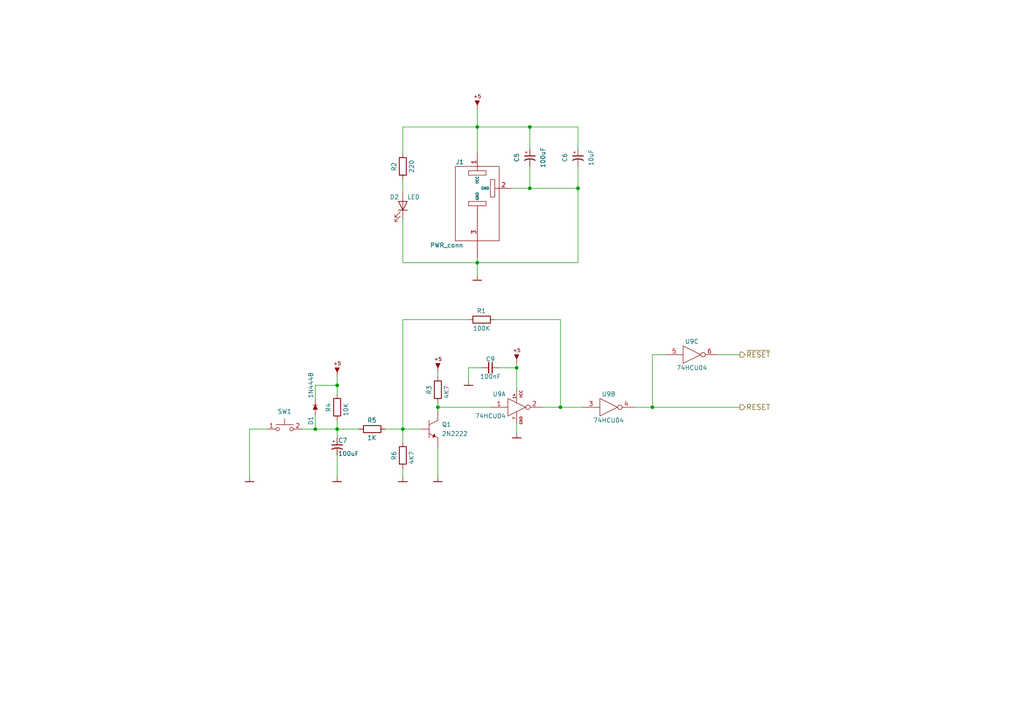
<source format=kicad_sch>
(kicad_sch (version 20211123) (generator eeschema)

  (uuid f1e619ac-5067-41df-8384-776ec70a6093)

  (paper "A4")

  (lib_symbols
    (symbol "artemisa:1N4448" (pin_numbers hide) (pin_names (offset 1.016)) (in_bom yes) (on_board yes)
      (property "Reference" "D" (id 0) (at 0 1.905 0)
        (effects (font (size 1.27 1.27)))
      )
      (property "Value" "1N4448" (id 1) (at 0 -1.905 0)
        (effects (font (size 1.27 1.27)))
      )
      (property "Footprint" "" (id 2) (at 1.27 0 0)
        (effects (font (size 1.524 1.524)) hide)
      )
      (property "Datasheet" "" (id 3) (at 1.27 0 0)
        (effects (font (size 1.524 1.524)) hide)
      )
      (symbol "1N4448_0_1"
        (polyline
          (pts
            (xy 0.635 0.635)
            (xy 0.635 -0.635)
          )
          (stroke (width 0) (type default) (color 0 0 0 0))
          (fill (type none))
        )
        (polyline
          (pts
            (xy -0.635 0.635)
            (xy -0.635 -0.635)
            (xy 0.635 0)
            (xy -0.635 0.635)
          )
          (stroke (width 0) (type default) (color 0 0 0 0))
          (fill (type outline))
        )
      )
      (symbol "1N4448_1_1"
        (pin passive line (at -2.54 0 0) (length 1.905)
          (name "~" (effects (font (size 1.27 1.27))))
          (number "1" (effects (font (size 1.27 1.27))))
        )
        (pin passive line (at 2.54 0 180) (length 1.905)
          (name "~" (effects (font (size 1.27 1.27))))
          (number "2" (effects (font (size 1.27 1.27))))
        )
      )
    )
    (symbol "artemisa:2N2222" (pin_numbers hide) (pin_names (offset 1.016) hide) (in_bom yes) (on_board yes)
      (property "Reference" "Q" (id 0) (at -3.81 3.81 0)
        (effects (font (size 1.27 1.27)))
      )
      (property "Value" "2N2222" (id 1) (at 2.54 0 0)
        (effects (font (size 1.27 1.27)))
      )
      (property "Footprint" "" (id 2) (at 0 0 0)
        (effects (font (size 1.524 1.524)) hide)
      )
      (property "Datasheet" "" (id 3) (at 0 0 0)
        (effects (font (size 1.524 1.524)) hide)
      )
      (symbol "2N2222_0_1"
        (polyline
          (pts
            (xy -2.54 -1.27)
            (xy 0 -2.54)
          )
          (stroke (width 0) (type default) (color 0 0 0 0))
          (fill (type none))
        )
        (polyline
          (pts
            (xy -2.54 1.27)
            (xy 0 2.54)
          )
          (stroke (width 0) (type default) (color 0 0 0 0))
          (fill (type none))
        )
        (polyline
          (pts
            (xy -2.54 2.54)
            (xy -2.54 -2.54)
          )
          (stroke (width 0) (type default) (color 0 0 0 0))
          (fill (type none))
        )
        (polyline
          (pts
            (xy -0.762 -2.159)
            (xy -1.016 -1.397)
            (xy -1.524 -2.413)
            (xy -0.762 -2.159)
          )
          (stroke (width 0) (type default) (color 0 0 0 0))
          (fill (type outline))
        )
      )
      (symbol "2N2222_1_1"
        (pin input line (at 0 5.08 270) (length 2.54)
          (name "1C" (effects (font (size 1.27 1.27))))
          (number "1" (effects (font (size 1.27 1.27))))
        )
        (pin input line (at -5.08 0 0) (length 2.54)
          (name "B" (effects (font (size 1.27 1.27))))
          (number "2" (effects (font (size 1.27 1.27))))
        )
        (pin input line (at 0 -5.08 90) (length 2.54)
          (name "E" (effects (font (size 1.27 1.27))))
          (number "3" (effects (font (size 1.27 1.27))))
        )
      )
    )
    (symbol "artemisa:74HCU04" (pin_names (offset 0.762) hide) (in_bom yes) (on_board yes)
      (property "Reference" "U" (id 0) (at -7.62 2.54 0)
        (effects (font (size 1.27 1.27)))
      )
      (property "Value" "74HCU04" (id 1) (at -6.35 -1.27 0)
        (effects (font (size 1.27 1.27)))
      )
      (property "Footprint" "" (id 2) (at 0 0 0)
        (effects (font (size 1.27 1.27)) hide)
      )
      (property "Datasheet" "" (id 3) (at 0 0 0)
        (effects (font (size 1.27 1.27)) hide)
      )
      (symbol "74HCU04_1_1"
        (polyline
          (pts
            (xy -2.54 -2.54)
            (xy -2.54 2.54)
            (xy 2.54 0)
            (xy -2.54 -2.54)
          )
          (stroke (width 0) (type default) (color 0 0 0 0))
          (fill (type none))
        )
        (text "GND" (at 1.27 -3.81 900)
          (effects (font (size 0.762 0.762)))
        )
        (text "VCC" (at 1.27 3.81 900)
          (effects (font (size 0.762 0.762)))
        )
        (pin input line (at -7.62 0 0) (length 5.0038)
          (name "~" (effects (font (size 1.27 1.27))))
          (number "1" (effects (font (size 1.27 1.27))))
        )
        (pin power_in line (at 0 5.08 270) (length 3.81)
          (name "VCC" (effects (font (size 1.27 1.27))))
          (number "14" (effects (font (size 0.762 0.762))))
        )
        (pin output inverted (at 7.62 0 180) (length 5.0038)
          (name "~" (effects (font (size 1.27 1.27))))
          (number "2" (effects (font (size 1.27 1.27))))
        )
        (pin power_in line (at 0 -5.08 90) (length 3.81)
          (name "GND" (effects (font (size 1.27 1.27))))
          (number "7" (effects (font (size 0.762 0.762))))
        )
      )
      (symbol "74HCU04_1_2"
        (polyline
          (pts
            (xy -2.54 2.54)
            (xy -2.54 -2.54)
            (xy 2.54 0)
            (xy -2.54 2.54)
          )
          (stroke (width 0) (type default) (color 0 0 0 0))
          (fill (type none))
        )
        (pin input inverted (at -7.62 0 0) (length 5.08)
          (name "~" (effects (font (size 1.27 1.27))))
          (number "1" (effects (font (size 1.27 1.27))))
        )
        (pin output line (at 7.62 0 180) (length 5.08)
          (name "~" (effects (font (size 1.27 1.27))))
          (number "2" (effects (font (size 1.27 1.27))))
        )
      )
      (symbol "74HCU04_2_1"
        (polyline
          (pts
            (xy -2.54 2.54)
            (xy -2.54 -2.54)
            (xy 2.54 0)
            (xy -2.54 2.54)
          )
          (stroke (width 0) (type default) (color 0 0 0 0))
          (fill (type none))
        )
        (pin input line (at -7.62 0 0) (length 5.0038)
          (name "~" (effects (font (size 1.27 1.27))))
          (number "3" (effects (font (size 1.27 1.27))))
        )
        (pin output inverted (at 7.62 0 180) (length 5.0038)
          (name "~" (effects (font (size 1.27 1.27))))
          (number "4" (effects (font (size 1.27 1.27))))
        )
      )
      (symbol "74HCU04_2_2"
        (polyline
          (pts
            (xy -2.54 2.54)
            (xy -2.54 -2.54)
            (xy 2.54 0)
            (xy -2.54 2.54)
          )
          (stroke (width 0) (type default) (color 0 0 0 0))
          (fill (type none))
        )
        (pin input inverted (at -7.62 0 0) (length 5.08)
          (name "~" (effects (font (size 1.27 1.27))))
          (number "3" (effects (font (size 1.27 1.27))))
        )
        (pin output line (at 7.62 0 180) (length 5.08)
          (name "~" (effects (font (size 1.27 1.27))))
          (number "4" (effects (font (size 1.27 1.27))))
        )
      )
      (symbol "74HCU04_3_1"
        (polyline
          (pts
            (xy -2.54 2.54)
            (xy -2.54 -2.54)
            (xy 2.54 0)
            (xy -2.54 2.54)
          )
          (stroke (width 0) (type default) (color 0 0 0 0))
          (fill (type none))
        )
        (pin input line (at -7.62 0 0) (length 5.0038)
          (name "~" (effects (font (size 1.27 1.27))))
          (number "5" (effects (font (size 1.27 1.27))))
        )
        (pin output inverted (at 7.62 0 180) (length 5.0038)
          (name "~" (effects (font (size 1.27 1.27))))
          (number "6" (effects (font (size 1.27 1.27))))
        )
      )
      (symbol "74HCU04_3_2"
        (polyline
          (pts
            (xy -2.54 2.54)
            (xy -2.54 -2.54)
            (xy 2.54 0)
            (xy -2.54 2.54)
          )
          (stroke (width 0) (type default) (color 0 0 0 0))
          (fill (type none))
        )
        (pin input inverted (at -7.62 0 0) (length 5.08)
          (name "~" (effects (font (size 1.27 1.27))))
          (number "5" (effects (font (size 1.27 1.27))))
        )
        (pin output line (at 7.62 0 180) (length 5.08)
          (name "~" (effects (font (size 1.27 1.27))))
          (number "6" (effects (font (size 1.27 1.27))))
        )
      )
      (symbol "74HCU04_4_1"
        (polyline
          (pts
            (xy -2.54 2.54)
            (xy -2.54 -2.54)
            (xy 2.54 0)
            (xy -2.54 2.54)
          )
          (stroke (width 0) (type default) (color 0 0 0 0))
          (fill (type none))
        )
        (pin output inverted (at 7.62 0 180) (length 5.0038)
          (name "~" (effects (font (size 1.27 1.27))))
          (number "8" (effects (font (size 1.27 1.27))))
        )
        (pin input line (at -7.62 0 0) (length 5.0038)
          (name "~" (effects (font (size 1.27 1.27))))
          (number "9" (effects (font (size 1.27 1.27))))
        )
      )
      (symbol "74HCU04_4_2"
        (polyline
          (pts
            (xy -2.54 2.54)
            (xy -2.54 -2.54)
            (xy 2.54 0)
            (xy -2.54 2.54)
          )
          (stroke (width 0) (type default) (color 0 0 0 0))
          (fill (type none))
        )
        (pin output line (at 7.62 0 180) (length 5.08)
          (name "~" (effects (font (size 1.27 1.27))))
          (number "8" (effects (font (size 1.27 1.27))))
        )
        (pin input inverted (at -7.62 0 0) (length 5.08)
          (name "~" (effects (font (size 1.27 1.27))))
          (number "9" (effects (font (size 1.27 1.27))))
        )
      )
      (symbol "74HCU04_5_1"
        (polyline
          (pts
            (xy -2.54 2.54)
            (xy -2.54 -2.54)
            (xy 2.54 0)
            (xy -2.54 2.54)
          )
          (stroke (width 0) (type default) (color 0 0 0 0))
          (fill (type none))
        )
        (pin output inverted (at 7.62 0 180) (length 5.0038)
          (name "~" (effects (font (size 1.27 1.27))))
          (number "10" (effects (font (size 1.27 1.27))))
        )
        (pin input line (at -7.62 0 0) (length 5.0038)
          (name "~" (effects (font (size 1.27 1.27))))
          (number "11" (effects (font (size 1.27 1.27))))
        )
      )
      (symbol "74HCU04_5_2"
        (polyline
          (pts
            (xy -2.54 2.54)
            (xy -2.54 -2.54)
            (xy 2.54 0)
            (xy -2.54 2.54)
          )
          (stroke (width 0) (type default) (color 0 0 0 0))
          (fill (type none))
        )
        (pin output line (at 7.62 0 180) (length 5.08)
          (name "~" (effects (font (size 1.27 1.27))))
          (number "10" (effects (font (size 1.27 1.27))))
        )
        (pin input inverted (at -7.62 0 0) (length 5.08)
          (name "~" (effects (font (size 1.27 1.27))))
          (number "11" (effects (font (size 1.27 1.27))))
        )
      )
      (symbol "74HCU04_6_1"
        (polyline
          (pts
            (xy -2.54 2.54)
            (xy -2.54 -2.54)
            (xy 2.54 0)
            (xy -2.54 2.54)
          )
          (stroke (width 0) (type default) (color 0 0 0 0))
          (fill (type none))
        )
        (pin output inverted (at 7.62 0 180) (length 5.0038)
          (name "~" (effects (font (size 1.27 1.27))))
          (number "12" (effects (font (size 1.27 1.27))))
        )
        (pin input line (at -7.62 0 0) (length 5.0038)
          (name "~" (effects (font (size 1.27 1.27))))
          (number "13" (effects (font (size 1.27 1.27))))
        )
      )
      (symbol "74HCU04_6_2"
        (polyline
          (pts
            (xy -2.54 2.54)
            (xy -2.54 -2.54)
            (xy 2.54 0)
            (xy -2.54 2.54)
          )
          (stroke (width 0) (type default) (color 0 0 0 0))
          (fill (type none))
        )
        (pin output line (at 7.62 0 180) (length 5.08)
          (name "~" (effects (font (size 1.27 1.27))))
          (number "12" (effects (font (size 1.27 1.27))))
        )
        (pin input inverted (at -7.62 0 0) (length 5.08)
          (name "~" (effects (font (size 1.27 1.27))))
          (number "13" (effects (font (size 1.27 1.27))))
        )
      )
    )
    (symbol "artemisa:CP" (pin_numbers hide) (pin_names (offset 0.254) hide) (in_bom yes) (on_board yes)
      (property "Reference" "C" (id 0) (at 0.254 1.778 0)
        (effects (font (size 1.27 1.27)) (justify left))
      )
      (property "Value" "CP" (id 1) (at 0.254 -2.032 0)
        (effects (font (size 1.27 1.27)) (justify left))
      )
      (property "Footprint" "" (id 2) (at 0 0 0)
        (effects (font (size 1.27 1.27)) hide)
      )
      (property "Datasheet" "" (id 3) (at 0 0 0)
        (effects (font (size 1.27 1.27)) hide)
      )
      (property "ki_fp_filters" "CP_*" (id 4) (at 0 0 0)
        (effects (font (size 1.27 1.27)) hide)
      )
      (symbol "CP_0_1"
        (polyline
          (pts
            (xy -1.524 0.508)
            (xy 1.524 0.508)
          )
          (stroke (width 0.3048) (type default) (color 0 0 0 0))
          (fill (type none))
        )
        (polyline
          (pts
            (xy -1.27 1.524)
            (xy -0.762 1.524)
          )
          (stroke (width 0) (type default) (color 0 0 0 0))
          (fill (type none))
        )
        (polyline
          (pts
            (xy -1.016 1.27)
            (xy -1.016 1.778)
          )
          (stroke (width 0) (type default) (color 0 0 0 0))
          (fill (type none))
        )
        (arc (start 1.524 -0.762) (mid 0 -0.3734) (end -1.524 -0.762)
          (stroke (width 0.3048) (type default) (color 0 0 0 0))
          (fill (type none))
        )
      )
      (symbol "CP_1_1"
        (pin passive line (at 0 2.54 270) (length 2.032)
          (name "~" (effects (font (size 1.27 1.27))))
          (number "1" (effects (font (size 1.27 1.27))))
        )
        (pin passive line (at 0 -2.54 90) (length 2.032)
          (name "~" (effects (font (size 1.27 1.27))))
          (number "2" (effects (font (size 1.27 1.27))))
        )
      )
    )
    (symbol "artemisa:Cap" (pin_numbers hide) (pin_names (offset 0.254) hide) (in_bom yes) (on_board yes)
      (property "Reference" "C" (id 0) (at 0.254 1.778 0)
        (effects (font (size 1.27 1.27)) (justify left))
      )
      (property "Value" "Cap" (id 1) (at 0.254 -2.032 0)
        (effects (font (size 1.27 1.27)) (justify left))
      )
      (property "Footprint" "" (id 2) (at 0 0 0)
        (effects (font (size 1.27 1.27)) hide)
      )
      (property "Datasheet" "" (id 3) (at 0 0 0)
        (effects (font (size 1.27 1.27)) hide)
      )
      (property "ki_fp_filters" "C_*" (id 4) (at 0 0 0)
        (effects (font (size 1.27 1.27)) hide)
      )
      (symbol "Cap_0_1"
        (polyline
          (pts
            (xy -1.524 -0.508)
            (xy 1.524 -0.508)
          )
          (stroke (width 0.3302) (type default) (color 0 0 0 0))
          (fill (type none))
        )
        (polyline
          (pts
            (xy -1.524 0.508)
            (xy 1.524 0.508)
          )
          (stroke (width 0.3048) (type default) (color 0 0 0 0))
          (fill (type none))
        )
      )
      (symbol "Cap_1_1"
        (pin passive line (at 0 2.54 270) (length 2.032)
          (name "~" (effects (font (size 1.27 1.27))))
          (number "1" (effects (font (size 1.27 1.27))))
        )
        (pin passive line (at 0 -2.54 90) (length 2.032)
          (name "~" (effects (font (size 1.27 1.27))))
          (number "2" (effects (font (size 1.27 1.27))))
        )
      )
    )
    (symbol "artemisa:GND" (power) (pin_numbers hide) (pin_names (offset 0) hide) (in_bom yes) (on_board yes)
      (property "Reference" "#PWR" (id 0) (at 0 -2.54 0)
        (effects (font (size 1.524 1.524)) hide)
      )
      (property "Value" "GND" (id 1) (at 0 2.54 0)
        (effects (font (size 1.524 1.524)) hide)
      )
      (property "Footprint" "" (id 2) (at 0 0 0)
        (effects (font (size 1.524 1.524)) hide)
      )
      (property "Datasheet" "" (id 3) (at 0 0 0)
        (effects (font (size 1.524 1.524)) hide)
      )
      (symbol "GND_0_1"
        (polyline
          (pts
            (xy -1.27 -1.27)
            (xy 1.27 -1.27)
          )
          (stroke (width 0.254) (type default) (color 0 0 0 0))
          (fill (type none))
        )
      )
      (symbol "GND_1_1"
        (pin power_in line (at 0 0 270) (length 1.27)
          (name "GND" (effects (font (size 1.27 1.27))))
          (number "~" (effects (font (size 1.27 1.27))))
        )
      )
    )
    (symbol "artemisa:LED" (pin_numbers hide) (pin_names (offset 1.016) hide) (in_bom yes) (on_board yes)
      (property "Reference" "D" (id 0) (at 0 2.54 0)
        (effects (font (size 1.27 1.27)))
      )
      (property "Value" "LED" (id 1) (at 0 -2.54 0)
        (effects (font (size 1.27 1.27)))
      )
      (property "Footprint" "" (id 2) (at 0 0 0)
        (effects (font (size 1.27 1.27)) hide)
      )
      (property "Datasheet" "" (id 3) (at 0 0 0)
        (effects (font (size 1.27 1.27)) hide)
      )
      (symbol "LED_0_1"
        (polyline
          (pts
            (xy 1.27 -1.27)
            (xy 1.27 1.27)
          )
          (stroke (width 0.2032) (type default) (color 0 0 0 0))
          (fill (type none))
        )
        (polyline
          (pts
            (xy 1.27 0)
            (xy -1.27 0)
          )
          (stroke (width 0) (type default) (color 0 0 0 0))
          (fill (type none))
        )
        (polyline
          (pts
            (xy -1.27 -1.27)
            (xy -1.27 1.27)
            (xy 1.27 0)
            (xy -1.27 -1.27)
          )
          (stroke (width 0.2032) (type default) (color 0 0 0 0))
          (fill (type none))
        )
        (polyline
          (pts
            (xy 1.778 -0.762)
            (xy 3.302 -2.286)
            (xy 2.54 -2.286)
            (xy 3.302 -2.286)
            (xy 3.302 -1.524)
          )
          (stroke (width 0) (type default) (color 0 0 0 0))
          (fill (type none))
        )
        (polyline
          (pts
            (xy 3.048 -0.762)
            (xy 4.572 -2.286)
            (xy 3.81 -2.286)
            (xy 4.572 -2.286)
            (xy 4.572 -1.524)
          )
          (stroke (width 0) (type default) (color 0 0 0 0))
          (fill (type none))
        )
      )
      (symbol "LED_1_1"
        (pin passive line (at -3.81 0 0) (length 2.54)
          (name "A" (effects (font (size 1.27 1.27))))
          (number "1" (effects (font (size 1.27 1.27))))
        )
        (pin passive line (at 3.81 0 180) (length 2.54)
          (name "K" (effects (font (size 1.27 1.27))))
          (number "2" (effects (font (size 1.27 1.27))))
        )
      )
    )
    (symbol "artemisa:PWR_conn" (pin_names (offset 1.524)) (in_bom yes) (on_board yes)
      (property "Reference" "J" (id 0) (at 5.08 8.89 0)
        (effects (font (size 1.524 1.524)))
      )
      (property "Value" "PWR_conn" (id 1) (at 8.89 -15.24 0)
        (effects (font (size 1.524 1.524)))
      )
      (property "Footprint" "" (id 2) (at 0 -2.54 0)
        (effects (font (size 1.524 1.524)) hide)
      )
      (property "Datasheet" "" (id 3) (at 0 -2.54 0)
        (effects (font (size 1.524 1.524)) hide)
      )
      (symbol "PWR_conn_0_1"
        (rectangle (start -6.35 7.62) (end 6.35 -13.97)
          (stroke (width 0) (type default) (color 0 0 0 0))
          (fill (type none))
        )
        (rectangle (start -3.81 3.81) (end -5.08 -1.27)
          (stroke (width 0) (type default) (color 0 0 0 0))
          (fill (type none))
        )
        (rectangle (start -2.54 -2.54) (end 2.54 -3.81)
          (stroke (width 0) (type default) (color 0 0 0 0))
          (fill (type none))
        )
        (rectangle (start -2.54 6.35) (end 2.54 5.08)
          (stroke (width 0) (type default) (color 0 0 0 0))
          (fill (type none))
        )
      )
      (symbol "PWR_conn_1_1"
        (pin power_out line (at 0 11.43 270) (length 5.08)
          (name "VCC" (effects (font (size 0.762 0.762))))
          (number "1" (effects (font (size 1.27 1.27))))
        )
        (pin power_out line (at -10.16 1.27 0) (length 5.08)
          (name "GND" (effects (font (size 0.762 0.762))))
          (number "2" (effects (font (size 1.27 1.27))))
        )
        (pin input line (at 0 -19.05 90) (length 15.24)
          (name "GND" (effects (font (size 0.762 0.762))))
          (number "3" (effects (font (size 1.27 1.27))))
        )
      )
    )
    (symbol "artemisa:Push_button" (pin_names (offset 1.016) hide) (in_bom yes) (on_board yes)
      (property "Reference" "SW" (id 0) (at 0 -2.54 0)
        (effects (font (size 1.524 1.524)))
      )
      (property "Value" "Push_button" (id 1) (at 0 -2.54 0)
        (effects (font (size 1.524 1.524)) hide)
      )
      (property "Footprint" "" (id 2) (at 0 0 0)
        (effects (font (size 1.524 1.524)) hide)
      )
      (property "Datasheet" "" (id 3) (at 0 0 0)
        (effects (font (size 1.524 1.524)) hide)
      )
      (symbol "Push_button_1_1"
        (circle (center -2.032 0) (radius 0.508)
          (stroke (width 0) (type default) (color 0 0 0 0))
          (fill (type none))
        )
        (polyline
          (pts
            (xy 0 1.27)
            (xy 0 3.048)
          )
          (stroke (width 0) (type default) (color 0 0 0 0))
          (fill (type none))
        )
        (polyline
          (pts
            (xy 2.54 1.27)
            (xy -2.54 1.27)
          )
          (stroke (width 0) (type default) (color 0 0 0 0))
          (fill (type none))
        )
        (circle (center 2.032 0) (radius 0.508)
          (stroke (width 0) (type default) (color 0 0 0 0))
          (fill (type none))
        )
        (pin passive line (at -5.08 0 0) (length 2.54)
          (name "1" (effects (font (size 1.27 1.27))))
          (number "1" (effects (font (size 1.27 1.27))))
        )
        (pin passive line (at 5.08 0 180) (length 2.54)
          (name "2" (effects (font (size 1.27 1.27))))
          (number "2" (effects (font (size 1.27 1.27))))
        )
      )
    )
    (symbol "artemisa:R" (pin_numbers hide) (pin_names (offset 1.016)) (in_bom yes) (on_board yes)
      (property "Reference" "R" (id 0) (at 0 -2.54 0)
        (effects (font (size 1.524 1.524)))
      )
      (property "Value" "R" (id 1) (at 0 0 0)
        (effects (font (size 1.016 1.016)))
      )
      (property "Footprint" "" (id 2) (at 0 0 90)
        (effects (font (size 1.524 1.524)) hide)
      )
      (property "Datasheet" "" (id 3) (at 0 0 90)
        (effects (font (size 1.524 1.524)) hide)
      )
      (symbol "R_1_1"
        (rectangle (start 2.54 -1.016) (end -2.54 1.016)
          (stroke (width 0.254) (type default) (color 0 0 0 0))
          (fill (type none))
        )
        (pin passive line (at -3.81 0 0) (length 1.27)
          (name "~" (effects (font (size 1.27 1.27))))
          (number "1" (effects (font (size 1.27 1.27))))
        )
        (pin passive line (at 3.81 0 180) (length 1.27)
          (name "~" (effects (font (size 1.27 1.27))))
          (number "2" (effects (font (size 1.27 1.27))))
        )
      )
    )
    (symbol "artemisa:VCC" (power) (pin_numbers hide) (pin_names (offset 0) hide) (in_bom yes) (on_board yes)
      (property "Reference" "#PWR" (id 0) (at 0 -1.27 0)
        (effects (font (size 1.524 1.524)) hide)
      )
      (property "Value" "VCC" (id 1) (at 0 6.35 0)
        (effects (font (size 1.524 1.524)) hide)
      )
      (property "Footprint" "" (id 2) (at 0 0 0)
        (effects (font (size 1.524 1.524)) hide)
      )
      (property "Datasheet" "" (id 3) (at 0 0 0)
        (effects (font (size 1.524 1.524)) hide)
      )
      (symbol "VCC_0_0"
        (text "+5" (at 0 3.81 0)
          (effects (font (size 1.016 1.016)))
        )
      )
      (symbol "VCC_0_1"
        (polyline
          (pts
            (xy 0 1.27)
            (xy 0.635 2.54)
            (xy -0.635 2.54)
            (xy 0 1.27)
          )
          (stroke (width 0) (type default) (color 0 0 0 0))
          (fill (type outline))
        )
      )
      (symbol "VCC_1_1"
        (pin power_in line (at 0 0 90) (length 1.27)
          (name "~" (effects (font (size 1.27 1.27))))
          (number "~" (effects (font (size 1.27 1.27))))
        )
      )
    )
  )

  (junction (at 189.23 118.11) (diameter 0) (color 0 0 0 0)
    (uuid 008da5b9-6f95-4113-b7d0-d93ac62efd33)
  )
  (junction (at 91.44 124.46) (diameter 0) (color 0 0 0 0)
    (uuid 49575217-40b0-4890-8acf-12982cca52b5)
  )
  (junction (at 167.64 54.61) (diameter 0) (color 0 0 0 0)
    (uuid 62a1f3d4-027d-4ecf-a37a-6fcf4263e9d2)
  )
  (junction (at 97.79 124.46) (diameter 0) (color 0 0 0 0)
    (uuid 63c56ea4-91a3-4172-b9de-a4388cc8f894)
  )
  (junction (at 138.43 36.83) (diameter 0) (color 0 0 0 0)
    (uuid 7c411b3e-aca2-424f-b644-2d21c9d80fa7)
  )
  (junction (at 116.84 124.46) (diameter 0) (color 0 0 0 0)
    (uuid 84d296ba-3d39-4264-ad19-947f90c54396)
  )
  (junction (at 127 118.11) (diameter 0) (color 0 0 0 0)
    (uuid 90e761f6-1432-4f73-ad28-fa8869b7ec31)
  )
  (junction (at 149.86 106.68) (diameter 0) (color 0 0 0 0)
    (uuid 98fe66f3-ec8b-4515-ae34-617f2124a7ec)
  )
  (junction (at 162.56 118.11) (diameter 0) (color 0 0 0 0)
    (uuid a6738794-75ae-48a6-8949-ed8717400d71)
  )
  (junction (at 153.67 36.83) (diameter 0) (color 0 0 0 0)
    (uuid c71f56c1-5b7c-4373-9716-fffac482104c)
  )
  (junction (at 97.79 111.76) (diameter 0) (color 0 0 0 0)
    (uuid e1b88aa4-d887-4eea-83ff-5c009f4390c4)
  )
  (junction (at 138.43 76.2) (diameter 0) (color 0 0 0 0)
    (uuid e36988d2-ecb2-461b-a443-7006f447e828)
  )
  (junction (at 153.67 54.61) (diameter 0) (color 0 0 0 0)
    (uuid f447e585-df78-4239-b8cb-4653b3837bb1)
  )

  (wire (pts (xy 127 119.38) (xy 127 118.11))
    (stroke (width 0) (type default) (color 0 0 0 0))
    (uuid 03f57fb4-32a3-4bc6-85b9-fd8ece4a9592)
  )
  (wire (pts (xy 189.23 102.87) (xy 193.04 102.87))
    (stroke (width 0) (type default) (color 0 0 0 0))
    (uuid 04cf2f2c-74bf-400d-b4f6-201720df00ed)
  )
  (wire (pts (xy 143.51 92.71) (xy 162.56 92.71))
    (stroke (width 0) (type default) (color 0 0 0 0))
    (uuid 05f2859d-2820-4e84-b395-696011feb13b)
  )
  (wire (pts (xy 149.86 106.68) (xy 149.86 105.41))
    (stroke (width 0) (type default) (color 0 0 0 0))
    (uuid 0dfdfa9f-1e3f-4e14-b64b-12bde76a80c7)
  )
  (wire (pts (xy 167.64 36.83) (xy 167.64 43.18))
    (stroke (width 0) (type default) (color 0 0 0 0))
    (uuid 0e249018-17e7-42b3-ae5d-5ebf3ae299ae)
  )
  (wire (pts (xy 116.84 63.5) (xy 116.84 76.2))
    (stroke (width 0) (type default) (color 0 0 0 0))
    (uuid 0fc5db66-6188-4c1f-bb14-0868bef113eb)
  )
  (wire (pts (xy 116.84 36.83) (xy 116.84 44.45))
    (stroke (width 0) (type default) (color 0 0 0 0))
    (uuid 10e52e95-44f3-4059-a86d-dcda603e0623)
  )
  (wire (pts (xy 153.67 36.83) (xy 167.64 36.83))
    (stroke (width 0) (type default) (color 0 0 0 0))
    (uuid 1ab71a3c-340b-469a-ada5-4f87f0b7b2fa)
  )
  (wire (pts (xy 184.15 118.11) (xy 189.23 118.11))
    (stroke (width 0) (type default) (color 0 0 0 0))
    (uuid 1bdd5841-68b7-42e2-9447-cbdb608d8a08)
  )
  (wire (pts (xy 162.56 118.11) (xy 162.56 92.71))
    (stroke (width 0) (type default) (color 0 0 0 0))
    (uuid 24b72b0d-63b8-4e06-89d0-e94dcf39a600)
  )
  (wire (pts (xy 135.89 106.68) (xy 139.7 106.68))
    (stroke (width 0) (type default) (color 0 0 0 0))
    (uuid 252f1275-081d-4d77-8bd5-3b9e6916ef42)
  )
  (wire (pts (xy 97.79 124.46) (xy 91.44 124.46))
    (stroke (width 0) (type default) (color 0 0 0 0))
    (uuid 2c60448a-e30f-46b2-89e1-a44f51688efc)
  )
  (wire (pts (xy 157.48 118.11) (xy 162.56 118.11))
    (stroke (width 0) (type default) (color 0 0 0 0))
    (uuid 2e90e294-82e1-45da-9bf1-b91dfe0dc8f6)
  )
  (wire (pts (xy 153.67 54.61) (xy 167.64 54.61))
    (stroke (width 0) (type default) (color 0 0 0 0))
    (uuid 2f291a4b-4ecb-4692-9ad2-324f9784c0d4)
  )
  (wire (pts (xy 167.64 54.61) (xy 167.64 76.2))
    (stroke (width 0) (type default) (color 0 0 0 0))
    (uuid 319639ae-c2c5-486d-93b1-d03bb1b64252)
  )
  (wire (pts (xy 167.64 48.26) (xy 167.64 54.61))
    (stroke (width 0) (type default) (color 0 0 0 0))
    (uuid 3a70978e-dcc2-4620-a99c-514362812927)
  )
  (wire (pts (xy 138.43 36.83) (xy 116.84 36.83))
    (stroke (width 0) (type default) (color 0 0 0 0))
    (uuid 3d6cdd62-5634-4e30-acf8-1b9c1dbf6653)
  )
  (wire (pts (xy 127 118.11) (xy 127 116.84))
    (stroke (width 0) (type default) (color 0 0 0 0))
    (uuid 4431c0f6-83ea-4eee-95a8-991da2f03ccd)
  )
  (wire (pts (xy 97.79 111.76) (xy 97.79 114.3))
    (stroke (width 0) (type default) (color 0 0 0 0))
    (uuid 4a54c707-7b6f-4a3d-a74d-5e3526114aba)
  )
  (wire (pts (xy 97.79 111.76) (xy 91.44 111.76))
    (stroke (width 0) (type default) (color 0 0 0 0))
    (uuid 4b1fce17-dec7-457e-ba3b-a77604e77dc9)
  )
  (wire (pts (xy 91.44 124.46) (xy 87.63 124.46))
    (stroke (width 0) (type default) (color 0 0 0 0))
    (uuid 4cafb73d-1ad8-4d24-acf7-63d78095ae46)
  )
  (wire (pts (xy 116.84 76.2) (xy 138.43 76.2))
    (stroke (width 0) (type default) (color 0 0 0 0))
    (uuid 52a8f1be-73ca-41a8-bc24-2320706b0ec1)
  )
  (wire (pts (xy 116.84 124.46) (xy 116.84 128.27))
    (stroke (width 0) (type default) (color 0 0 0 0))
    (uuid 53e34696-241f-47e5-a477-f469335c8a61)
  )
  (wire (pts (xy 189.23 102.87) (xy 189.23 118.11))
    (stroke (width 0) (type default) (color 0 0 0 0))
    (uuid 5d3d7893-1d11-4f1d-9052-85cf0e07d281)
  )
  (wire (pts (xy 135.89 110.49) (xy 135.89 106.68))
    (stroke (width 0) (type default) (color 0 0 0 0))
    (uuid 62e8c4d4-266c-4e53-8981-1028251d724c)
  )
  (wire (pts (xy 116.84 124.46) (xy 121.92 124.46))
    (stroke (width 0) (type default) (color 0 0 0 0))
    (uuid 6afc19cf-38b4-47a3-bc2b-445b18724310)
  )
  (wire (pts (xy 144.78 106.68) (xy 149.86 106.68))
    (stroke (width 0) (type default) (color 0 0 0 0))
    (uuid 6b91a3ee-fdcd-4bfe-ad57-c8d5ea9903a8)
  )
  (wire (pts (xy 116.84 92.71) (xy 116.84 124.46))
    (stroke (width 0) (type default) (color 0 0 0 0))
    (uuid 713e0777-58b2-4487-baca-60d0ebed27c3)
  )
  (wire (pts (xy 138.43 74.93) (xy 138.43 76.2))
    (stroke (width 0) (type default) (color 0 0 0 0))
    (uuid 7c2008c8-0626-4a09-a873-065e83502a0e)
  )
  (wire (pts (xy 148.59 54.61) (xy 153.67 54.61))
    (stroke (width 0) (type default) (color 0 0 0 0))
    (uuid 810ed4ff-ffe2-4032-9af6-fb5ada3bae5b)
  )
  (wire (pts (xy 91.44 111.76) (xy 91.44 115.57))
    (stroke (width 0) (type default) (color 0 0 0 0))
    (uuid 869d6302-ae22-478f-9723-3feacbb12eef)
  )
  (wire (pts (xy 116.84 138.43) (xy 116.84 135.89))
    (stroke (width 0) (type default) (color 0 0 0 0))
    (uuid 88002554-c459-46e5-8b22-6ea6fe07fd4c)
  )
  (wire (pts (xy 111.76 124.46) (xy 116.84 124.46))
    (stroke (width 0) (type default) (color 0 0 0 0))
    (uuid 8cdc8ef9-532e-4bf5-9998-7213b9e692a2)
  )
  (wire (pts (xy 208.28 102.87) (xy 214.63 102.87))
    (stroke (width 0) (type default) (color 0 0 0 0))
    (uuid 955cc99e-a129-42cf-abc7-aa99813fdb5f)
  )
  (wire (pts (xy 127 107.95) (xy 127 109.22))
    (stroke (width 0) (type default) (color 0 0 0 0))
    (uuid a07b6b2b-7179-4297-b163-5e47ffbe76d3)
  )
  (wire (pts (xy 153.67 36.83) (xy 153.67 43.18))
    (stroke (width 0) (type default) (color 0 0 0 0))
    (uuid a5c8e189-1ddc-4a66-984b-e0fd1529d346)
  )
  (wire (pts (xy 135.89 92.71) (xy 116.84 92.71))
    (stroke (width 0) (type default) (color 0 0 0 0))
    (uuid a8fb8ee0-623f-4870-a716-ecc88f37ef9a)
  )
  (wire (pts (xy 189.23 118.11) (xy 214.63 118.11))
    (stroke (width 0) (type default) (color 0 0 0 0))
    (uuid aeb03be9-98f0-43f6-9432-1bb35aa04bab)
  )
  (wire (pts (xy 97.79 132.08) (xy 97.79 138.43))
    (stroke (width 0) (type default) (color 0 0 0 0))
    (uuid b287f145-851e-45cc-b200-e62677b551d5)
  )
  (wire (pts (xy 127 118.11) (xy 142.24 118.11))
    (stroke (width 0) (type default) (color 0 0 0 0))
    (uuid b78cb2c1-ae4b-4d9b-acd8-d7fe342342f2)
  )
  (wire (pts (xy 116.84 52.07) (xy 116.84 55.88))
    (stroke (width 0) (type default) (color 0 0 0 0))
    (uuid bd793ae5-cde5-43f6-8def-1f95f35b1be6)
  )
  (wire (pts (xy 97.79 124.46) (xy 97.79 127))
    (stroke (width 0) (type default) (color 0 0 0 0))
    (uuid c25449d6-d734-4953-b762-98f82a830248)
  )
  (wire (pts (xy 127 138.43) (xy 127 129.54))
    (stroke (width 0) (type default) (color 0 0 0 0))
    (uuid c454102f-dc92-4550-9492-797fc8e6b49c)
  )
  (wire (pts (xy 97.79 124.46) (xy 104.14 124.46))
    (stroke (width 0) (type default) (color 0 0 0 0))
    (uuid cebb9021-66d3-4116-98d4-5e6f3c1552be)
  )
  (wire (pts (xy 138.43 80.01) (xy 138.43 76.2))
    (stroke (width 0) (type default) (color 0 0 0 0))
    (uuid d102186a-5b58-41d0-9985-3dbb3593f397)
  )
  (wire (pts (xy 97.79 121.92) (xy 97.79 124.46))
    (stroke (width 0) (type default) (color 0 0 0 0))
    (uuid d1eca865-05c5-48a4-96cf-ed5f8a640e25)
  )
  (wire (pts (xy 72.39 124.46) (xy 72.39 138.43))
    (stroke (width 0) (type default) (color 0 0 0 0))
    (uuid d3e133b7-2c84-4206-a2b1-e693cb57fe56)
  )
  (wire (pts (xy 91.44 124.46) (xy 91.44 120.65))
    (stroke (width 0) (type default) (color 0 0 0 0))
    (uuid d66d3c12-11ce-4566-9a45-962e329503d8)
  )
  (wire (pts (xy 162.56 118.11) (xy 168.91 118.11))
    (stroke (width 0) (type default) (color 0 0 0 0))
    (uuid d692b5e6-71b2-4fa6-bc83-618add8d8fef)
  )
  (wire (pts (xy 97.79 109.22) (xy 97.79 111.76))
    (stroke (width 0) (type default) (color 0 0 0 0))
    (uuid d7e4abd8-69f5-4706-b12e-898194e5bf56)
  )
  (wire (pts (xy 138.43 36.83) (xy 153.67 36.83))
    (stroke (width 0) (type default) (color 0 0 0 0))
    (uuid dbe92a0d-89cb-4d3f-9497-c2c1d93a3018)
  )
  (wire (pts (xy 138.43 76.2) (xy 167.64 76.2))
    (stroke (width 0) (type default) (color 0 0 0 0))
    (uuid e300709f-6c72-488d-a598-efcbd6d3af54)
  )
  (wire (pts (xy 149.86 106.68) (xy 149.86 113.03))
    (stroke (width 0) (type default) (color 0 0 0 0))
    (uuid e7d81bce-286e-41e4-9181-3511e9c0455e)
  )
  (wire (pts (xy 138.43 36.83) (xy 138.43 44.45))
    (stroke (width 0) (type default) (color 0 0 0 0))
    (uuid f2480d0c-9b08-4037-9175-b2369af04d4c)
  )
  (wire (pts (xy 138.43 31.75) (xy 138.43 36.83))
    (stroke (width 0) (type default) (color 0 0 0 0))
    (uuid f4a8afbe-ed68-4253-959f-6be4d2cbf8c5)
  )
  (wire (pts (xy 77.47 124.46) (xy 72.39 124.46))
    (stroke (width 0) (type default) (color 0 0 0 0))
    (uuid f988d6ea-11c5-4837-b1d1-5c292ded50c6)
  )
  (wire (pts (xy 149.86 123.19) (xy 149.86 125.73))
    (stroke (width 0) (type default) (color 0 0 0 0))
    (uuid fc3d51c1-8b35-4da3-a742-0ebe104989d7)
  )
  (wire (pts (xy 153.67 48.26) (xy 153.67 54.61))
    (stroke (width 0) (type default) (color 0 0 0 0))
    (uuid fc4ad874-c922-4070-89f9-7262080469d8)
  )

  (hierarchical_label "RESET" (shape output) (at 214.63 118.11 0)
    (effects (font (size 1.524 1.524)) (justify left))
    (uuid 2878a73c-5447-4cd9-8194-14f52ab9459c)
  )
  (hierarchical_label "~{RESET}" (shape output) (at 214.63 102.87 0)
    (effects (font (size 1.524 1.524)) (justify left))
    (uuid 44646447-0a8e-4aec-a74e-22bf765d0f33)
  )

  (symbol (lib_id "artemisa:PWR_conn") (at 138.43 55.88 0) (mirror y) (unit 1)
    (in_bom yes) (on_board yes)
    (uuid 00000000-0000-0000-0000-00005b116116)
    (property "Reference" "J1" (id 0) (at 133.35 46.99 0))
    (property "Value" "PWR_conn" (id 1) (at 129.54 71.12 0))
    (property "Footprint" "artemisa:Jack_55_21" (id 2) (at 138.43 58.42 0)
      (effects (font (size 1.524 1.524)) hide)
    )
    (property "Datasheet" "" (id 3) (at 138.43 58.42 0)
      (effects (font (size 1.524 1.524)) hide)
    )
    (pin "1" (uuid 1995a1af-4656-4a47-a563-d0a3f10ab4cf))
    (pin "2" (uuid 011a5828-4c3c-4dde-9bdb-284a3f3c4a43))
    (pin "3" (uuid 8356d232-ef50-40f0-a742-8beed5a9bc27))
  )

  (symbol (lib_id "artemisa:CP") (at 167.64 45.72 0) (unit 1)
    (in_bom yes) (on_board yes)
    (uuid 00000000-0000-0000-0000-00005bdb7c43)
    (property "Reference" "C6" (id 0) (at 163.83 45.72 90))
    (property "Value" "10uF" (id 1) (at 171.45 45.72 90))
    (property "Footprint" "artemisa:Radial_capacitor" (id 2) (at 167.64 45.72 0)
      (effects (font (size 1.27 1.27)) hide)
    )
    (property "Datasheet" "" (id 3) (at 167.64 45.72 0)
      (effects (font (size 1.27 1.27)) hide)
    )
    (pin "1" (uuid 862b97e2-70d6-4aea-9357-60983bc901d8))
    (pin "2" (uuid 0b71d1a0-f7f1-4898-a4ea-edf5332f8ca7))
  )

  (symbol (lib_id "artemisa:CP") (at 153.67 45.72 0) (unit 1)
    (in_bom yes) (on_board yes)
    (uuid 00000000-0000-0000-0000-00005bdf1418)
    (property "Reference" "C5" (id 0) (at 149.86 45.72 90))
    (property "Value" "100uF" (id 1) (at 157.48 45.72 90))
    (property "Footprint" "artemisa:Radial_capacitor" (id 2) (at 153.67 45.72 0)
      (effects (font (size 1.27 1.27)) hide)
    )
    (property "Datasheet" "" (id 3) (at 153.67 45.72 0)
      (effects (font (size 1.27 1.27)) hide)
    )
    (pin "1" (uuid 5c19c8eb-a9eb-4833-b94e-16d408a4c614))
    (pin "2" (uuid 2ab4e285-80ef-4098-93e3-671fb896f742))
  )

  (symbol (lib_id "artemisa:VCC") (at 138.43 31.75 0) (unit 1)
    (in_bom yes) (on_board yes)
    (uuid 00000000-0000-0000-0000-00005be412cc)
    (property "Reference" "#PWR022" (id 0) (at 138.43 33.02 0)
      (effects (font (size 1.524 1.524)) hide)
    )
    (property "Value" "VCC" (id 1) (at 138.43 25.4 0)
      (effects (font (size 1.524 1.524)) hide)
    )
    (property "Footprint" "" (id 2) (at 138.43 31.75 0)
      (effects (font (size 1.524 1.524)) hide)
    )
    (property "Datasheet" "" (id 3) (at 138.43 31.75 0)
      (effects (font (size 1.524 1.524)) hide)
    )
    (pin "~" (uuid e762fafd-aba3-4f95-8923-69fc7014c1b7))
  )

  (symbol (lib_id "artemisa:GND") (at 138.43 80.01 0) (unit 1)
    (in_bom yes) (on_board yes)
    (uuid 00000000-0000-0000-0000-00005be48bca)
    (property "Reference" "#PWR029" (id 0) (at 138.43 82.55 0)
      (effects (font (size 1.524 1.524)) hide)
    )
    (property "Value" "GND" (id 1) (at 138.43 77.47 0)
      (effects (font (size 1.524 1.524)) hide)
    )
    (property "Footprint" "" (id 2) (at 138.43 80.01 0)
      (effects (font (size 1.524 1.524)) hide)
    )
    (property "Datasheet" "" (id 3) (at 138.43 80.01 0)
      (effects (font (size 1.524 1.524)) hide)
    )
    (pin "~" (uuid 528fa016-8dda-47a4-ac5a-14ef00dc9116))
  )

  (symbol (lib_id "artemisa:LED") (at 116.84 59.69 270) (unit 1)
    (in_bom yes) (on_board yes)
    (uuid 00000000-0000-0000-0000-00005be7e85e)
    (property "Reference" "D2" (id 0) (at 113.03 57.15 90)
      (effects (font (size 1.27 1.27)) (justify left))
    )
    (property "Value" "LED" (id 1) (at 118.11 57.15 90)
      (effects (font (size 1.27 1.27)) (justify left))
    )
    (property "Footprint" "artemisa:LED" (id 2) (at 116.84 59.69 0)
      (effects (font (size 1.27 1.27)) hide)
    )
    (property "Datasheet" "~" (id 3) (at 116.84 59.69 0)
      (effects (font (size 1.27 1.27)) hide)
    )
    (pin "1" (uuid e7d18ef0-3fda-41de-bee8-09bcd775905e))
    (pin "2" (uuid b559f405-4de0-4485-9eb1-aa1ba6266fb3))
  )

  (symbol (lib_id "artemisa:R") (at 116.84 48.26 270) (unit 1)
    (in_bom yes) (on_board yes)
    (uuid 00000000-0000-0000-0000-00005be9872a)
    (property "Reference" "R2" (id 0) (at 114.3 46.99 0)
      (effects (font (size 1.27 1.27)) (justify left))
    )
    (property "Value" "220" (id 1) (at 119.38 48.26 0))
    (property "Footprint" "artemisa:Axial_resistor" (id 2) (at 116.84 48.26 90)
      (effects (font (size 1.524 1.524)) hide)
    )
    (property "Datasheet" "" (id 3) (at 116.84 48.26 90)
      (effects (font (size 1.524 1.524)) hide)
    )
    (pin "1" (uuid c9d7f80c-93d3-40b6-82bc-9669a79c7f05))
    (pin "2" (uuid 9428c84f-f95c-4fa2-a59d-586cb3c5d4fd))
  )

  (symbol (lib_id "artemisa:74HCU04") (at 149.86 118.11 0) (unit 1)
    (in_bom yes) (on_board yes)
    (uuid 00000000-0000-0000-0000-00005bfa12a0)
    (property "Reference" "U9" (id 0) (at 144.78 114.3 0))
    (property "Value" "74HCU04" (id 1) (at 142.24 120.65 0))
    (property "Footprint" "artemisa:DIP-14_300" (id 2) (at 149.86 118.11 0)
      (effects (font (size 1.27 1.27)) hide)
    )
    (property "Datasheet" "" (id 3) (at 149.86 118.11 0)
      (effects (font (size 1.27 1.27)) hide)
    )
    (pin "1" (uuid c21bc6ca-6ffd-4335-af6c-a4b2da7ed6e9))
    (pin "14" (uuid 0d4445c7-8a0d-46b0-93c7-7c5dd998756e))
    (pin "2" (uuid b54ae0e8-7728-465f-8eb5-9b8da2acf335))
    (pin "7" (uuid 3d243fdb-41fd-499a-9e6c-1ff5343cde77))
    (pin "3" (uuid 4fd71ace-e7e5-4178-b283-ff6aff72d6c4))
    (pin "4" (uuid 98b6599a-8370-4d52-ab50-e7859ffdc872))
    (pin "5" (uuid e462b99b-dc16-4632-9277-f42cc1c75e32))
    (pin "6" (uuid d9389f84-cc8b-46ce-9bf9-2f7fd6b103c4))
    (pin "8" (uuid 5467a1d8-1da8-4db6-8370-a392f817657d))
    (pin "9" (uuid bb5d112d-8806-45ee-9ac3-33210f67d54f))
    (pin "10" (uuid 53b141a8-4fb6-4e1f-b3eb-8e36e10c5cc1))
    (pin "11" (uuid 3def0672-3d83-48f7-bcb3-c4be8da902d5))
    (pin "12" (uuid 53dc5eaa-73e3-43ab-9e31-a54cd5adc72f))
    (pin "13" (uuid 6d2ec6c5-646f-4865-962c-fb5a5edbf1c2))
  )

  (symbol (lib_id "artemisa:74HCU04") (at 176.53 118.11 0) (unit 2)
    (in_bom yes) (on_board yes)
    (uuid 00000000-0000-0000-0000-00005bfa12a7)
    (property "Reference" "U9" (id 0) (at 176.53 114.3 0))
    (property "Value" "74HCU04" (id 1) (at 176.53 121.92 0))
    (property "Footprint" "artemisa:DIP-14_300" (id 2) (at 176.53 118.11 0)
      (effects (font (size 1.27 1.27)) hide)
    )
    (property "Datasheet" "" (id 3) (at 176.53 118.11 0)
      (effects (font (size 1.27 1.27)) hide)
    )
    (pin "1" (uuid 053c8083-a9af-4404-9cbb-5f2f2c004e29))
    (pin "14" (uuid a5c7abb9-628b-4db0-9244-e209be576760))
    (pin "2" (uuid 7dfadc2c-0002-4536-9a16-40d98cd244d0))
    (pin "7" (uuid c3e774d4-dedc-494a-89d3-3634a87fe5fb))
    (pin "3" (uuid 309cce7c-76a5-40f7-bf52-1289c4234f67))
    (pin "4" (uuid 2b710c32-5910-4fb5-8e24-08ea454479d9))
    (pin "5" (uuid d7d36348-4d86-4887-8ce8-77f3dc661022))
    (pin "6" (uuid 9a1ee4ae-e660-49f2-995b-2f9e786a47d2))
    (pin "8" (uuid 81b0798c-3dcf-44aa-bdff-27c7582e7f35))
    (pin "9" (uuid 538ab23b-56dc-41b1-84f0-d71d488e9061))
    (pin "10" (uuid a5447a5a-3f78-463f-92b3-8019d9cbd4f4))
    (pin "11" (uuid b4877e61-d908-4a92-9ac0-5dfa5a23f7e8))
    (pin "12" (uuid 2262369d-908f-4b7b-8fa8-6f936456c0ae))
    (pin "13" (uuid f35b2073-882e-4ac0-9440-1e7208b06a2e))
  )

  (symbol (lib_id "artemisa:CP") (at 97.79 129.54 0) (unit 1)
    (in_bom yes) (on_board yes)
    (uuid 00000000-0000-0000-0000-00005bfa12af)
    (property "Reference" "C7" (id 0) (at 98.044 127.762 0)
      (effects (font (size 1.27 1.27)) (justify left))
    )
    (property "Value" "100uF" (id 1) (at 98.044 131.572 0)
      (effects (font (size 1.27 1.27)) (justify left))
    )
    (property "Footprint" "artemisa:Radial_capacitor" (id 2) (at 97.79 129.54 0)
      (effects (font (size 1.27 1.27)) hide)
    )
    (property "Datasheet" "" (id 3) (at 97.79 129.54 0)
      (effects (font (size 1.27 1.27)) hide)
    )
    (pin "1" (uuid 650bb676-81fa-4c22-b009-9b66603eb921))
    (pin "2" (uuid 8f80a3f1-1ae2-4b8d-bd35-7a182c6a8d2e))
  )

  (symbol (lib_id "artemisa:R") (at 97.79 118.11 270) (unit 1)
    (in_bom yes) (on_board yes)
    (uuid 00000000-0000-0000-0000-00005bfa12c5)
    (property "Reference" "R4" (id 0) (at 95.25 116.84 0)
      (effects (font (size 1.27 1.27)) (justify left))
    )
    (property "Value" "10K" (id 1) (at 100.33 116.84 0)
      (effects (font (size 1.27 1.27)) (justify left))
    )
    (property "Footprint" "artemisa:Axial_resistor" (id 2) (at 97.79 118.11 0)
      (effects (font (size 1.27 1.27)) hide)
    )
    (property "Datasheet" "" (id 3) (at 97.79 118.11 0)
      (effects (font (size 1.27 1.27)) hide)
    )
    (pin "1" (uuid e23187f9-dcd6-499f-90d3-0eec00b87622))
    (pin "2" (uuid a7928873-604e-41b4-8f3c-a9332a26491c))
  )

  (symbol (lib_id "artemisa:74HCU04") (at 200.66 102.87 0) (unit 3)
    (in_bom yes) (on_board yes)
    (uuid 00000000-0000-0000-0000-00005c0b5614)
    (property "Reference" "U9" (id 0) (at 200.66 99.06 0))
    (property "Value" "74HCU04" (id 1) (at 200.66 106.68 0))
    (property "Footprint" "artemisa:DIP-14_300" (id 2) (at 200.66 102.87 0)
      (effects (font (size 1.27 1.27)) hide)
    )
    (property "Datasheet" "" (id 3) (at 200.66 102.87 0)
      (effects (font (size 1.27 1.27)) hide)
    )
    (pin "1" (uuid e7e1dfac-c1af-406d-9f8e-6fde94e0102c))
    (pin "14" (uuid 729ec6c1-399d-419e-a69c-f6fb09d801a5))
    (pin "2" (uuid 926f4738-cb7b-4379-bba2-492c7899975b))
    (pin "7" (uuid 6ae637ec-7362-4a65-97c0-20e6d5770fa2))
    (pin "3" (uuid fa029060-e57f-4aa6-a571-1f23e687032b))
    (pin "4" (uuid a5bd6a24-c5c1-4715-81cc-bb0140eee476))
    (pin "5" (uuid 8c7bd4ce-3cc3-4104-be74-26d37631d034))
    (pin "6" (uuid 5e913aea-9f40-4ef2-954f-5459dfa8324f))
    (pin "8" (uuid 1c32e674-b900-4cad-b800-47a5c2453658))
    (pin "9" (uuid 17c56aac-1c19-441e-ad0e-d5f91eeedcde))
    (pin "10" (uuid c912059d-5f7c-4079-af03-81ed94feabdd))
    (pin "11" (uuid b4ac9ced-c2e0-4836-a46e-6affbff21678))
    (pin "12" (uuid f4e3ae44-ee6a-42c9-9480-36f259d3a69a))
    (pin "13" (uuid d665b41c-c6f8-4a45-8ffb-b5dec65a09a3))
  )

  (symbol (lib_id "artemisa:R") (at 107.95 124.46 180) (unit 1)
    (in_bom yes) (on_board yes)
    (uuid 00000000-0000-0000-0000-00005d119ff9)
    (property "Reference" "R5" (id 0) (at 109.22 121.92 0)
      (effects (font (size 1.27 1.27)) (justify left))
    )
    (property "Value" "1K" (id 1) (at 109.22 127 0)
      (effects (font (size 1.27 1.27)) (justify left))
    )
    (property "Footprint" "artemisa:Axial_resistor" (id 2) (at 107.95 124.46 0)
      (effects (font (size 1.27 1.27)) hide)
    )
    (property "Datasheet" "" (id 3) (at 107.95 124.46 0)
      (effects (font (size 1.27 1.27)) hide)
    )
    (pin "1" (uuid c457d6bc-d372-4e5a-9060-512765531115))
    (pin "2" (uuid c898c915-89f5-4003-9fb8-8b0c3f06dfe7))
  )

  (symbol (lib_id "artemisa:R") (at 116.84 132.08 270) (unit 1)
    (in_bom yes) (on_board yes)
    (uuid 00000000-0000-0000-0000-00005d11a90a)
    (property "Reference" "R6" (id 0) (at 114.3 130.81 0)
      (effects (font (size 1.27 1.27)) (justify left))
    )
    (property "Value" "4K7" (id 1) (at 119.38 130.81 0)
      (effects (font (size 1.27 1.27)) (justify left))
    )
    (property "Footprint" "artemisa:Axial_resistor" (id 2) (at 116.84 132.08 0)
      (effects (font (size 1.27 1.27)) hide)
    )
    (property "Datasheet" "" (id 3) (at 116.84 132.08 0)
      (effects (font (size 1.27 1.27)) hide)
    )
    (pin "1" (uuid 1aac4077-bad0-4463-b828-61cc63a5ccc0))
    (pin "2" (uuid c7bd9338-9aed-41bb-820b-e4615e63ea41))
  )

  (symbol (lib_id "artemisa:GND") (at 116.84 138.43 0) (unit 1)
    (in_bom yes) (on_board yes)
    (uuid 00000000-0000-0000-0000-00005d11b156)
    (property "Reference" "#PWR027" (id 0) (at 116.84 140.97 0)
      (effects (font (size 1.524 1.524)) hide)
    )
    (property "Value" "GND" (id 1) (at 116.84 135.89 0)
      (effects (font (size 1.524 1.524)) hide)
    )
    (property "Footprint" "" (id 2) (at 116.84 138.43 0)
      (effects (font (size 1.524 1.524)) hide)
    )
    (property "Datasheet" "" (id 3) (at 116.84 138.43 0)
      (effects (font (size 1.524 1.524)) hide)
    )
    (pin "~" (uuid 02565f97-cd17-42be-94e0-c07f1614224c))
  )

  (symbol (lib_id "artemisa:2N2222") (at 127 124.46 0) (unit 1)
    (in_bom yes) (on_board yes)
    (uuid 00000000-0000-0000-0000-00005d131c97)
    (property "Reference" "Q1" (id 0) (at 128.1176 123.1138 0)
      (effects (font (size 1.27 1.27)) (justify left))
    )
    (property "Value" "2N2222" (id 1) (at 128.1176 125.8062 0)
      (effects (font (size 1.27 1.27)) (justify left))
    )
    (property "Footprint" "artemisa:TO92" (id 2) (at 127 124.46 0)
      (effects (font (size 1.524 1.524)) hide)
    )
    (property "Datasheet" "" (id 3) (at 127 124.46 0)
      (effects (font (size 1.524 1.524)) hide)
    )
    (pin "1" (uuid 2646122b-034d-4817-af32-cf5ad01ca4c3))
    (pin "2" (uuid d4b7535d-26d7-448d-9ab0-3a8da52b3f70))
    (pin "3" (uuid fe9e9f21-2e7d-4a1f-9cf8-dbb5f94d13c1))
  )

  (symbol (lib_id "artemisa:GND") (at 127 138.43 0) (unit 1)
    (in_bom yes) (on_board yes)
    (uuid 00000000-0000-0000-0000-00005d141194)
    (property "Reference" "#PWR028" (id 0) (at 127 140.97 0)
      (effects (font (size 1.524 1.524)) hide)
    )
    (property "Value" "GND" (id 1) (at 127 135.89 0)
      (effects (font (size 1.524 1.524)) hide)
    )
    (property "Footprint" "" (id 2) (at 127 138.43 0)
      (effects (font (size 1.524 1.524)) hide)
    )
    (property "Datasheet" "" (id 3) (at 127 138.43 0)
      (effects (font (size 1.524 1.524)) hide)
    )
    (pin "~" (uuid bb54ebf3-39eb-41d2-9953-cc5d1a5d74ce))
  )

  (symbol (lib_id "artemisa:R") (at 127 113.03 270) (unit 1)
    (in_bom yes) (on_board yes)
    (uuid 00000000-0000-0000-0000-00005d148ea6)
    (property "Reference" "R3" (id 0) (at 124.46 111.76 0)
      (effects (font (size 1.27 1.27)) (justify left))
    )
    (property "Value" "4K7" (id 1) (at 129.54 111.76 0)
      (effects (font (size 1.27 1.27)) (justify left))
    )
    (property "Footprint" "artemisa:Axial_resistor" (id 2) (at 127 113.03 0)
      (effects (font (size 1.27 1.27)) hide)
    )
    (property "Datasheet" "" (id 3) (at 127 113.03 0)
      (effects (font (size 1.27 1.27)) hide)
    )
    (pin "1" (uuid 00b32290-b6a3-4fed-82ff-3034599f39a3))
    (pin "2" (uuid f1960b60-73de-4c92-b6c5-7fa1993f2c9c))
  )

  (symbol (lib_id "artemisa:VCC") (at 127 107.95 0) (unit 1)
    (in_bom yes) (on_board yes)
    (uuid 00000000-0000-0000-0000-00005d179b4f)
    (property "Reference" "#PWR023" (id 0) (at 127 109.22 0)
      (effects (font (size 1.524 1.524)) hide)
    )
    (property "Value" "VCC" (id 1) (at 127 101.6 0)
      (effects (font (size 1.524 1.524)) hide)
    )
    (property "Footprint" "" (id 2) (at 127 107.95 0)
      (effects (font (size 1.524 1.524)) hide)
    )
    (property "Datasheet" "" (id 3) (at 127 107.95 0)
      (effects (font (size 1.524 1.524)) hide)
    )
    (pin "~" (uuid c8c01ccd-b5d2-48a3-9337-31437bc0d5b2))
  )

  (symbol (lib_id "artemisa:R") (at 139.7 92.71 180) (unit 1)
    (in_bom yes) (on_board yes)
    (uuid 00000000-0000-0000-0000-00005d182183)
    (property "Reference" "R1" (id 0) (at 140.97 90.17 0)
      (effects (font (size 1.27 1.27)) (justify left))
    )
    (property "Value" "100K" (id 1) (at 139.7 95.25 0))
    (property "Footprint" "artemisa:Axial_resistor" (id 2) (at 139.7 92.71 0)
      (effects (font (size 1.27 1.27)) hide)
    )
    (property "Datasheet" "" (id 3) (at 139.7 92.71 0)
      (effects (font (size 1.27 1.27)) hide)
    )
    (pin "1" (uuid 63530c34-e56d-412b-a20c-0f5801e0b75c))
    (pin "2" (uuid 60fcc63f-51e7-4ba1-b8e2-7f58e866098a))
  )

  (symbol (lib_id "artemisa:1N4448") (at 91.44 118.11 90) (unit 1)
    (in_bom yes) (on_board yes)
    (uuid 00000000-0000-0000-0000-00005d23ebfd)
    (property "Reference" "D1" (id 0) (at 90.17 120.65 0)
      (effects (font (size 1.27 1.27)) (justify right))
    )
    (property "Value" "1N4448" (id 1) (at 90.17 107.95 0)
      (effects (font (size 1.27 1.27)) (justify right))
    )
    (property "Footprint" "artemisa:Axial_diode" (id 2) (at 91.44 116.84 0)
      (effects (font (size 1.524 1.524)) hide)
    )
    (property "Datasheet" "" (id 3) (at 91.44 116.84 0)
      (effects (font (size 1.524 1.524)) hide)
    )
    (pin "1" (uuid 471daa01-3a76-4842-b6a8-0e5eaf807e51))
    (pin "2" (uuid 6e20a929-6835-4dcc-b4d9-87133acdf6b5))
  )

  (symbol (lib_id "artemisa:Push_button") (at 82.55 124.46 0) (unit 1)
    (in_bom yes) (on_board yes)
    (uuid 00000000-0000-0000-0000-00005d2e890c)
    (property "Reference" "SW1" (id 0) (at 82.55 119.3546 0))
    (property "Value" "Push_button" (id 1) (at 82.55 127 0)
      (effects (font (size 1.524 1.524)) hide)
    )
    (property "Footprint" "artemisa:Push_button_angled" (id 2) (at 82.55 124.46 0)
      (effects (font (size 1.524 1.524)) hide)
    )
    (property "Datasheet" "" (id 3) (at 82.55 124.46 0)
      (effects (font (size 1.524 1.524)) hide)
    )
    (pin "1" (uuid b5c982b8-42bf-46d3-8d37-9f6cd5db17ab))
    (pin "2" (uuid 0ae20a84-6157-4c53-abb1-49e9a43fddea))
  )

  (symbol (lib_id "artemisa:GND") (at 72.39 138.43 0) (unit 1)
    (in_bom yes) (on_board yes)
    (uuid 00000000-0000-0000-0000-00005d2f329d)
    (property "Reference" "#PWR025" (id 0) (at 72.39 140.97 0)
      (effects (font (size 1.524 1.524)) hide)
    )
    (property "Value" "GND" (id 1) (at 72.39 135.89 0)
      (effects (font (size 1.524 1.524)) hide)
    )
    (property "Footprint" "" (id 2) (at 72.39 138.43 0)
      (effects (font (size 1.524 1.524)) hide)
    )
    (property "Datasheet" "" (id 3) (at 72.39 138.43 0)
      (effects (font (size 1.524 1.524)) hide)
    )
    (pin "~" (uuid f0e1c089-c805-4c36-a781-0522715b0167))
  )

  (symbol (lib_id "artemisa:GND") (at 97.79 138.43 0) (unit 1)
    (in_bom yes) (on_board yes)
    (uuid 00000000-0000-0000-0000-00005dc5c340)
    (property "Reference" "#PWR026" (id 0) (at 97.79 140.97 0)
      (effects (font (size 1.524 1.524)) hide)
    )
    (property "Value" "GND" (id 1) (at 97.79 135.89 0)
      (effects (font (size 1.524 1.524)) hide)
    )
    (property "Footprint" "" (id 2) (at 97.79 138.43 0)
      (effects (font (size 1.524 1.524)) hide)
    )
    (property "Datasheet" "" (id 3) (at 97.79 138.43 0)
      (effects (font (size 1.524 1.524)) hide)
    )
    (pin "~" (uuid 23d75056-8ad4-462d-aa30-6d8d564b8e62))
  )

  (symbol (lib_id "artemisa:VCC") (at 97.79 109.22 0) (unit 1)
    (in_bom yes) (on_board yes)
    (uuid 00000000-0000-0000-0000-00005dc5d6cf)
    (property "Reference" "#PWR024" (id 0) (at 97.79 110.49 0)
      (effects (font (size 1.524 1.524)) hide)
    )
    (property "Value" "VCC" (id 1) (at 97.79 102.87 0)
      (effects (font (size 1.524 1.524)) hide)
    )
    (property "Footprint" "" (id 2) (at 97.79 109.22 0)
      (effects (font (size 1.524 1.524)) hide)
    )
    (property "Datasheet" "" (id 3) (at 97.79 109.22 0)
      (effects (font (size 1.524 1.524)) hide)
    )
    (pin "~" (uuid c90c7496-e357-4196-84e1-b6422a13a023))
  )

  (symbol (lib_id "artemisa:GND") (at 149.86 125.73 0) (unit 1)
    (in_bom yes) (on_board yes)
    (uuid 00000000-0000-0000-0000-000060774d52)
    (property "Reference" "#PWR0166" (id 0) (at 149.86 128.27 0)
      (effects (font (size 1.524 1.524)) hide)
    )
    (property "Value" "GND" (id 1) (at 149.86 123.19 0)
      (effects (font (size 1.524 1.524)) hide)
    )
    (property "Footprint" "" (id 2) (at 149.86 125.73 0)
      (effects (font (size 1.524 1.524)) hide)
    )
    (property "Datasheet" "" (id 3) (at 149.86 125.73 0)
      (effects (font (size 1.524 1.524)) hide)
    )
    (pin "~" (uuid 5f3ac091-d5f3-4e8d-bed3-d7d84d73e753))
  )

  (symbol (lib_id "artemisa:VCC") (at 149.86 105.41 0) (unit 1)
    (in_bom yes) (on_board yes)
    (uuid 00000000-0000-0000-0000-000060774d58)
    (property "Reference" "#PWR0167" (id 0) (at 149.86 106.68 0)
      (effects (font (size 1.524 1.524)) hide)
    )
    (property "Value" "VCC" (id 1) (at 149.86 99.06 0)
      (effects (font (size 1.524 1.524)) hide)
    )
    (property "Footprint" "" (id 2) (at 149.86 105.41 0)
      (effects (font (size 1.524 1.524)) hide)
    )
    (property "Datasheet" "" (id 3) (at 149.86 105.41 0)
      (effects (font (size 1.524 1.524)) hide)
    )
    (pin "~" (uuid 56d2c581-0e1d-4968-9265-81ebcc2ced46))
  )

  (symbol (lib_id "artemisa:Cap") (at 142.24 106.68 270) (unit 1)
    (in_bom yes) (on_board yes)
    (uuid 00000000-0000-0000-0000-000060774d64)
    (property "Reference" "C9" (id 0) (at 142.24 104.14 90))
    (property "Value" "100nF" (id 1) (at 142.24 109.22 90))
    (property "Footprint" "artemisa:Disc_capacitor" (id 2) (at 142.24 106.68 0)
      (effects (font (size 1.27 1.27)) hide)
    )
    (property "Datasheet" "" (id 3) (at 142.24 106.68 0)
      (effects (font (size 1.27 1.27)) hide)
    )
    (pin "1" (uuid b180f6d0-d840-4b9f-8540-82b63ef22fd3))
    (pin "2" (uuid 03e75cc6-2d96-4d7f-9d3b-b64b049a6429))
  )

  (symbol (lib_id "artemisa:GND") (at 135.89 110.49 0) (unit 1)
    (in_bom yes) (on_board yes)
    (uuid 00000000-0000-0000-0000-000060786239)
    (property "Reference" "#PWR0148" (id 0) (at 135.89 113.03 0)
      (effects (font (size 1.524 1.524)) hide)
    )
    (property "Value" "GND" (id 1) (at 135.89 107.95 0)
      (effects (font (size 1.524 1.524)) hide)
    )
    (property "Footprint" "" (id 2) (at 135.89 110.49 0)
      (effects (font (size 1.524 1.524)) hide)
    )
    (property "Datasheet" "" (id 3) (at 135.89 110.49 0)
      (effects (font (size 1.524 1.524)) hide)
    )
    (pin "~" (uuid a24c495d-6be2-4999-9a23-d78f9efcd58e))
  )
)

</source>
